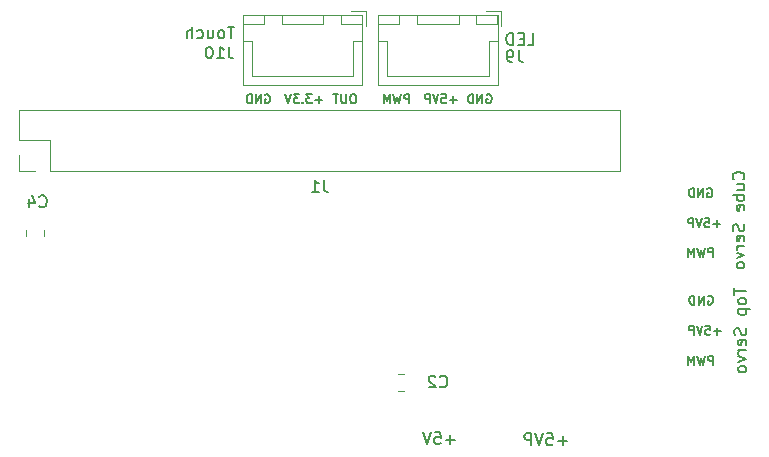
<source format=gbr>
%TF.GenerationSoftware,KiCad,Pcbnew,(5.1.10)-1*%
%TF.CreationDate,2023-05-11T15:26:33-07:00*%
%TF.ProjectId,CUBOTino2,4355424f-5469-46e6-9f32-2e6b69636164,rev?*%
%TF.SameCoordinates,Original*%
%TF.FileFunction,Legend,Bot*%
%TF.FilePolarity,Positive*%
%FSLAX46Y46*%
G04 Gerber Fmt 4.6, Leading zero omitted, Abs format (unit mm)*
G04 Created by KiCad (PCBNEW (5.1.10)-1) date 2023-05-11 15:26:33*
%MOMM*%
%LPD*%
G01*
G04 APERTURE LIST*
%ADD10C,0.150000*%
%ADD11C,0.120000*%
G04 APERTURE END LIST*
D10*
X153935714Y-88921428D02*
X153173809Y-88921428D01*
X153554761Y-89302380D02*
X153554761Y-88540476D01*
X152221428Y-88302380D02*
X152697619Y-88302380D01*
X152745238Y-88778571D01*
X152697619Y-88730952D01*
X152602380Y-88683333D01*
X152364285Y-88683333D01*
X152269047Y-88730952D01*
X152221428Y-88778571D01*
X152173809Y-88873809D01*
X152173809Y-89111904D01*
X152221428Y-89207142D01*
X152269047Y-89254761D01*
X152364285Y-89302380D01*
X152602380Y-89302380D01*
X152697619Y-89254761D01*
X152745238Y-89207142D01*
X151888095Y-88302380D02*
X151554761Y-89302380D01*
X151221428Y-88302380D01*
X150888095Y-89302380D02*
X150888095Y-88302380D01*
X150507142Y-88302380D01*
X150411904Y-88350000D01*
X150364285Y-88397619D01*
X150316666Y-88492857D01*
X150316666Y-88635714D01*
X150364285Y-88730952D01*
X150411904Y-88778571D01*
X150507142Y-88826190D01*
X150888095Y-88826190D01*
X144435714Y-88821428D02*
X143673809Y-88821428D01*
X144054761Y-89202380D02*
X144054761Y-88440476D01*
X142721428Y-88202380D02*
X143197619Y-88202380D01*
X143245238Y-88678571D01*
X143197619Y-88630952D01*
X143102380Y-88583333D01*
X142864285Y-88583333D01*
X142769047Y-88630952D01*
X142721428Y-88678571D01*
X142673809Y-88773809D01*
X142673809Y-89011904D01*
X142721428Y-89107142D01*
X142769047Y-89154761D01*
X142864285Y-89202380D01*
X143102380Y-89202380D01*
X143197619Y-89154761D01*
X143245238Y-89107142D01*
X142388095Y-88202380D02*
X142054761Y-89202380D01*
X141721428Y-88202380D01*
X147121428Y-59625000D02*
X147192857Y-59589285D01*
X147300000Y-59589285D01*
X147407142Y-59625000D01*
X147478571Y-59696428D01*
X147514285Y-59767857D01*
X147550000Y-59910714D01*
X147550000Y-60017857D01*
X147514285Y-60160714D01*
X147478571Y-60232142D01*
X147407142Y-60303571D01*
X147300000Y-60339285D01*
X147228571Y-60339285D01*
X147121428Y-60303571D01*
X147085714Y-60267857D01*
X147085714Y-60017857D01*
X147228571Y-60017857D01*
X146764285Y-60339285D02*
X146764285Y-59589285D01*
X146335714Y-60339285D01*
X146335714Y-59589285D01*
X145978571Y-60339285D02*
X145978571Y-59589285D01*
X145800000Y-59589285D01*
X145692857Y-59625000D01*
X145621428Y-59696428D01*
X145585714Y-59767857D01*
X145550000Y-59910714D01*
X145550000Y-60017857D01*
X145585714Y-60160714D01*
X145621428Y-60232142D01*
X145692857Y-60303571D01*
X145800000Y-60339285D01*
X145978571Y-60339285D01*
X144589285Y-60053571D02*
X144017857Y-60053571D01*
X144303571Y-60339285D02*
X144303571Y-59767857D01*
X143303571Y-59589285D02*
X143660714Y-59589285D01*
X143696428Y-59946428D01*
X143660714Y-59910714D01*
X143589285Y-59875000D01*
X143410714Y-59875000D01*
X143339285Y-59910714D01*
X143303571Y-59946428D01*
X143267857Y-60017857D01*
X143267857Y-60196428D01*
X143303571Y-60267857D01*
X143339285Y-60303571D01*
X143410714Y-60339285D01*
X143589285Y-60339285D01*
X143660714Y-60303571D01*
X143696428Y-60267857D01*
X143053571Y-59589285D02*
X142803571Y-60339285D01*
X142553571Y-59589285D01*
X142303571Y-60339285D02*
X142303571Y-59589285D01*
X142017857Y-59589285D01*
X141946428Y-59625000D01*
X141910714Y-59660714D01*
X141875000Y-59732142D01*
X141875000Y-59839285D01*
X141910714Y-59910714D01*
X141946428Y-59946428D01*
X142017857Y-59982142D01*
X142303571Y-59982142D01*
X140553571Y-60339285D02*
X140553571Y-59589285D01*
X140267857Y-59589285D01*
X140196428Y-59625000D01*
X140160714Y-59660714D01*
X140125000Y-59732142D01*
X140125000Y-59839285D01*
X140160714Y-59910714D01*
X140196428Y-59946428D01*
X140267857Y-59982142D01*
X140553571Y-59982142D01*
X139875000Y-59589285D02*
X139696428Y-60339285D01*
X139553571Y-59803571D01*
X139410714Y-60339285D01*
X139232142Y-59589285D01*
X138946428Y-60339285D02*
X138946428Y-59589285D01*
X138696428Y-60125000D01*
X138446428Y-59589285D01*
X138446428Y-60339285D01*
X128371428Y-59625000D02*
X128442857Y-59589285D01*
X128550000Y-59589285D01*
X128657142Y-59625000D01*
X128728571Y-59696428D01*
X128764285Y-59767857D01*
X128800000Y-59910714D01*
X128800000Y-60017857D01*
X128764285Y-60160714D01*
X128728571Y-60232142D01*
X128657142Y-60303571D01*
X128550000Y-60339285D01*
X128478571Y-60339285D01*
X128371428Y-60303571D01*
X128335714Y-60267857D01*
X128335714Y-60017857D01*
X128478571Y-60017857D01*
X128014285Y-60339285D02*
X128014285Y-59589285D01*
X127585714Y-60339285D01*
X127585714Y-59589285D01*
X127228571Y-60339285D02*
X127228571Y-59589285D01*
X127050000Y-59589285D01*
X126942857Y-59625000D01*
X126871428Y-59696428D01*
X126835714Y-59767857D01*
X126800000Y-59910714D01*
X126800000Y-60017857D01*
X126835714Y-60160714D01*
X126871428Y-60232142D01*
X126942857Y-60303571D01*
X127050000Y-60339285D01*
X127228571Y-60339285D01*
X133200000Y-60053571D02*
X132628571Y-60053571D01*
X132914285Y-60339285D02*
X132914285Y-59767857D01*
X132342857Y-59589285D02*
X131878571Y-59589285D01*
X132128571Y-59875000D01*
X132021428Y-59875000D01*
X131950000Y-59910714D01*
X131914285Y-59946428D01*
X131878571Y-60017857D01*
X131878571Y-60196428D01*
X131914285Y-60267857D01*
X131950000Y-60303571D01*
X132021428Y-60339285D01*
X132235714Y-60339285D01*
X132307142Y-60303571D01*
X132342857Y-60267857D01*
X131557142Y-60267857D02*
X131521428Y-60303571D01*
X131557142Y-60339285D01*
X131592857Y-60303571D01*
X131557142Y-60267857D01*
X131557142Y-60339285D01*
X131271428Y-59589285D02*
X130807142Y-59589285D01*
X131057142Y-59875000D01*
X130950000Y-59875000D01*
X130878571Y-59910714D01*
X130842857Y-59946428D01*
X130807142Y-60017857D01*
X130807142Y-60196428D01*
X130842857Y-60267857D01*
X130878571Y-60303571D01*
X130950000Y-60339285D01*
X131164285Y-60339285D01*
X131235714Y-60303571D01*
X131271428Y-60267857D01*
X130592857Y-59589285D02*
X130342857Y-60339285D01*
X130092857Y-59589285D01*
X135900000Y-59589285D02*
X135757142Y-59589285D01*
X135685714Y-59625000D01*
X135614285Y-59696428D01*
X135578571Y-59839285D01*
X135578571Y-60089285D01*
X135614285Y-60232142D01*
X135685714Y-60303571D01*
X135757142Y-60339285D01*
X135900000Y-60339285D01*
X135971428Y-60303571D01*
X136042857Y-60232142D01*
X136078571Y-60089285D01*
X136078571Y-59839285D01*
X136042857Y-59696428D01*
X135971428Y-59625000D01*
X135900000Y-59589285D01*
X135257142Y-59589285D02*
X135257142Y-60196428D01*
X135221428Y-60267857D01*
X135185714Y-60303571D01*
X135114285Y-60339285D01*
X134971428Y-60339285D01*
X134900000Y-60303571D01*
X134864285Y-60267857D01*
X134828571Y-60196428D01*
X134828571Y-59589285D01*
X134578571Y-59589285D02*
X134150000Y-59589285D01*
X134364285Y-60339285D02*
X134364285Y-59589285D01*
X165871428Y-76675000D02*
X165942857Y-76639285D01*
X166050000Y-76639285D01*
X166157142Y-76675000D01*
X166228571Y-76746428D01*
X166264285Y-76817857D01*
X166300000Y-76960714D01*
X166300000Y-77067857D01*
X166264285Y-77210714D01*
X166228571Y-77282142D01*
X166157142Y-77353571D01*
X166050000Y-77389285D01*
X165978571Y-77389285D01*
X165871428Y-77353571D01*
X165835714Y-77317857D01*
X165835714Y-77067857D01*
X165978571Y-77067857D01*
X165514285Y-77389285D02*
X165514285Y-76639285D01*
X165085714Y-77389285D01*
X165085714Y-76639285D01*
X164728571Y-77389285D02*
X164728571Y-76639285D01*
X164550000Y-76639285D01*
X164442857Y-76675000D01*
X164371428Y-76746428D01*
X164335714Y-76817857D01*
X164300000Y-76960714D01*
X164300000Y-77067857D01*
X164335714Y-77210714D01*
X164371428Y-77282142D01*
X164442857Y-77353571D01*
X164550000Y-77389285D01*
X164728571Y-77389285D01*
X166939285Y-79653571D02*
X166367857Y-79653571D01*
X166653571Y-79939285D02*
X166653571Y-79367857D01*
X165653571Y-79189285D02*
X166010714Y-79189285D01*
X166046428Y-79546428D01*
X166010714Y-79510714D01*
X165939285Y-79475000D01*
X165760714Y-79475000D01*
X165689285Y-79510714D01*
X165653571Y-79546428D01*
X165617857Y-79617857D01*
X165617857Y-79796428D01*
X165653571Y-79867857D01*
X165689285Y-79903571D01*
X165760714Y-79939285D01*
X165939285Y-79939285D01*
X166010714Y-79903571D01*
X166046428Y-79867857D01*
X165403571Y-79189285D02*
X165153571Y-79939285D01*
X164903571Y-79189285D01*
X164653571Y-79939285D02*
X164653571Y-79189285D01*
X164367857Y-79189285D01*
X164296428Y-79225000D01*
X164260714Y-79260714D01*
X164225000Y-79332142D01*
X164225000Y-79439285D01*
X164260714Y-79510714D01*
X164296428Y-79546428D01*
X164367857Y-79582142D01*
X164653571Y-79582142D01*
X166303571Y-82489285D02*
X166303571Y-81739285D01*
X166017857Y-81739285D01*
X165946428Y-81775000D01*
X165910714Y-81810714D01*
X165875000Y-81882142D01*
X165875000Y-81989285D01*
X165910714Y-82060714D01*
X165946428Y-82096428D01*
X166017857Y-82132142D01*
X166303571Y-82132142D01*
X165625000Y-81739285D02*
X165446428Y-82489285D01*
X165303571Y-81953571D01*
X165160714Y-82489285D01*
X164982142Y-81739285D01*
X164696428Y-82489285D02*
X164696428Y-81739285D01*
X164446428Y-82275000D01*
X164196428Y-81739285D01*
X164196428Y-82489285D01*
X166889285Y-70553571D02*
X166317857Y-70553571D01*
X166603571Y-70839285D02*
X166603571Y-70267857D01*
X165603571Y-70089285D02*
X165960714Y-70089285D01*
X165996428Y-70446428D01*
X165960714Y-70410714D01*
X165889285Y-70375000D01*
X165710714Y-70375000D01*
X165639285Y-70410714D01*
X165603571Y-70446428D01*
X165567857Y-70517857D01*
X165567857Y-70696428D01*
X165603571Y-70767857D01*
X165639285Y-70803571D01*
X165710714Y-70839285D01*
X165889285Y-70839285D01*
X165960714Y-70803571D01*
X165996428Y-70767857D01*
X165353571Y-70089285D02*
X165103571Y-70839285D01*
X164853571Y-70089285D01*
X164603571Y-70839285D02*
X164603571Y-70089285D01*
X164317857Y-70089285D01*
X164246428Y-70125000D01*
X164210714Y-70160714D01*
X164175000Y-70232142D01*
X164175000Y-70339285D01*
X164210714Y-70410714D01*
X164246428Y-70446428D01*
X164317857Y-70482142D01*
X164603571Y-70482142D01*
X165821428Y-67575000D02*
X165892857Y-67539285D01*
X166000000Y-67539285D01*
X166107142Y-67575000D01*
X166178571Y-67646428D01*
X166214285Y-67717857D01*
X166250000Y-67860714D01*
X166250000Y-67967857D01*
X166214285Y-68110714D01*
X166178571Y-68182142D01*
X166107142Y-68253571D01*
X166000000Y-68289285D01*
X165928571Y-68289285D01*
X165821428Y-68253571D01*
X165785714Y-68217857D01*
X165785714Y-67967857D01*
X165928571Y-67967857D01*
X165464285Y-68289285D02*
X165464285Y-67539285D01*
X165035714Y-68289285D01*
X165035714Y-67539285D01*
X164678571Y-68289285D02*
X164678571Y-67539285D01*
X164500000Y-67539285D01*
X164392857Y-67575000D01*
X164321428Y-67646428D01*
X164285714Y-67717857D01*
X164250000Y-67860714D01*
X164250000Y-67967857D01*
X164285714Y-68110714D01*
X164321428Y-68182142D01*
X164392857Y-68253571D01*
X164500000Y-68289285D01*
X164678571Y-68289285D01*
X166303571Y-73339285D02*
X166303571Y-72589285D01*
X166017857Y-72589285D01*
X165946428Y-72625000D01*
X165910714Y-72660714D01*
X165875000Y-72732142D01*
X165875000Y-72839285D01*
X165910714Y-72910714D01*
X165946428Y-72946428D01*
X166017857Y-72982142D01*
X166303571Y-72982142D01*
X165625000Y-72589285D02*
X165446428Y-73339285D01*
X165303571Y-72803571D01*
X165160714Y-73339285D01*
X164982142Y-72589285D01*
X164696428Y-73339285D02*
X164696428Y-72589285D01*
X164446428Y-73125000D01*
X164196428Y-72589285D01*
X164196428Y-73339285D01*
X168857142Y-66797619D02*
X168904761Y-66750000D01*
X168952380Y-66607142D01*
X168952380Y-66511904D01*
X168904761Y-66369047D01*
X168809523Y-66273809D01*
X168714285Y-66226190D01*
X168523809Y-66178571D01*
X168380952Y-66178571D01*
X168190476Y-66226190D01*
X168095238Y-66273809D01*
X168000000Y-66369047D01*
X167952380Y-66511904D01*
X167952380Y-66607142D01*
X168000000Y-66750000D01*
X168047619Y-66797619D01*
X168285714Y-67654761D02*
X168952380Y-67654761D01*
X168285714Y-67226190D02*
X168809523Y-67226190D01*
X168904761Y-67273809D01*
X168952380Y-67369047D01*
X168952380Y-67511904D01*
X168904761Y-67607142D01*
X168857142Y-67654761D01*
X168952380Y-68130952D02*
X167952380Y-68130952D01*
X168333333Y-68130952D02*
X168285714Y-68226190D01*
X168285714Y-68416666D01*
X168333333Y-68511904D01*
X168380952Y-68559523D01*
X168476190Y-68607142D01*
X168761904Y-68607142D01*
X168857142Y-68559523D01*
X168904761Y-68511904D01*
X168952380Y-68416666D01*
X168952380Y-68226190D01*
X168904761Y-68130952D01*
X168904761Y-69416666D02*
X168952380Y-69321428D01*
X168952380Y-69130952D01*
X168904761Y-69035714D01*
X168809523Y-68988095D01*
X168428571Y-68988095D01*
X168333333Y-69035714D01*
X168285714Y-69130952D01*
X168285714Y-69321428D01*
X168333333Y-69416666D01*
X168428571Y-69464285D01*
X168523809Y-69464285D01*
X168619047Y-68988095D01*
X168904761Y-70607142D02*
X168952380Y-70750000D01*
X168952380Y-70988095D01*
X168904761Y-71083333D01*
X168857142Y-71130952D01*
X168761904Y-71178571D01*
X168666666Y-71178571D01*
X168571428Y-71130952D01*
X168523809Y-71083333D01*
X168476190Y-70988095D01*
X168428571Y-70797619D01*
X168380952Y-70702380D01*
X168333333Y-70654761D01*
X168238095Y-70607142D01*
X168142857Y-70607142D01*
X168047619Y-70654761D01*
X168000000Y-70702380D01*
X167952380Y-70797619D01*
X167952380Y-71035714D01*
X168000000Y-71178571D01*
X168904761Y-71988095D02*
X168952380Y-71892857D01*
X168952380Y-71702380D01*
X168904761Y-71607142D01*
X168809523Y-71559523D01*
X168428571Y-71559523D01*
X168333333Y-71607142D01*
X168285714Y-71702380D01*
X168285714Y-71892857D01*
X168333333Y-71988095D01*
X168428571Y-72035714D01*
X168523809Y-72035714D01*
X168619047Y-71559523D01*
X168952380Y-72464285D02*
X168285714Y-72464285D01*
X168476190Y-72464285D02*
X168380952Y-72511904D01*
X168333333Y-72559523D01*
X168285714Y-72654761D01*
X168285714Y-72750000D01*
X168285714Y-72988095D02*
X168952380Y-73226190D01*
X168285714Y-73464285D01*
X168952380Y-73988095D02*
X168904761Y-73892857D01*
X168857142Y-73845238D01*
X168761904Y-73797619D01*
X168476190Y-73797619D01*
X168380952Y-73845238D01*
X168333333Y-73892857D01*
X168285714Y-73988095D01*
X168285714Y-74130952D01*
X168333333Y-74226190D01*
X168380952Y-74273809D01*
X168476190Y-74321428D01*
X168761904Y-74321428D01*
X168857142Y-74273809D01*
X168904761Y-74226190D01*
X168952380Y-74130952D01*
X168952380Y-73988095D01*
X168102380Y-75980952D02*
X168102380Y-76552380D01*
X169102380Y-76266666D02*
X168102380Y-76266666D01*
X169102380Y-77028571D02*
X169054761Y-76933333D01*
X169007142Y-76885714D01*
X168911904Y-76838095D01*
X168626190Y-76838095D01*
X168530952Y-76885714D01*
X168483333Y-76933333D01*
X168435714Y-77028571D01*
X168435714Y-77171428D01*
X168483333Y-77266666D01*
X168530952Y-77314285D01*
X168626190Y-77361904D01*
X168911904Y-77361904D01*
X169007142Y-77314285D01*
X169054761Y-77266666D01*
X169102380Y-77171428D01*
X169102380Y-77028571D01*
X168435714Y-77790476D02*
X169435714Y-77790476D01*
X168483333Y-77790476D02*
X168435714Y-77885714D01*
X168435714Y-78076190D01*
X168483333Y-78171428D01*
X168530952Y-78219047D01*
X168626190Y-78266666D01*
X168911904Y-78266666D01*
X169007142Y-78219047D01*
X169054761Y-78171428D01*
X169102380Y-78076190D01*
X169102380Y-77885714D01*
X169054761Y-77790476D01*
X169054761Y-79409523D02*
X169102380Y-79552380D01*
X169102380Y-79790476D01*
X169054761Y-79885714D01*
X169007142Y-79933333D01*
X168911904Y-79980952D01*
X168816666Y-79980952D01*
X168721428Y-79933333D01*
X168673809Y-79885714D01*
X168626190Y-79790476D01*
X168578571Y-79600000D01*
X168530952Y-79504761D01*
X168483333Y-79457142D01*
X168388095Y-79409523D01*
X168292857Y-79409523D01*
X168197619Y-79457142D01*
X168150000Y-79504761D01*
X168102380Y-79600000D01*
X168102380Y-79838095D01*
X168150000Y-79980952D01*
X169054761Y-80790476D02*
X169102380Y-80695238D01*
X169102380Y-80504761D01*
X169054761Y-80409523D01*
X168959523Y-80361904D01*
X168578571Y-80361904D01*
X168483333Y-80409523D01*
X168435714Y-80504761D01*
X168435714Y-80695238D01*
X168483333Y-80790476D01*
X168578571Y-80838095D01*
X168673809Y-80838095D01*
X168769047Y-80361904D01*
X169102380Y-81266666D02*
X168435714Y-81266666D01*
X168626190Y-81266666D02*
X168530952Y-81314285D01*
X168483333Y-81361904D01*
X168435714Y-81457142D01*
X168435714Y-81552380D01*
X168435714Y-81790476D02*
X169102380Y-82028571D01*
X168435714Y-82266666D01*
X169102380Y-82790476D02*
X169054761Y-82695238D01*
X169007142Y-82647619D01*
X168911904Y-82600000D01*
X168626190Y-82600000D01*
X168530952Y-82647619D01*
X168483333Y-82695238D01*
X168435714Y-82790476D01*
X168435714Y-82933333D01*
X168483333Y-83028571D01*
X168530952Y-83076190D01*
X168626190Y-83123809D01*
X168911904Y-83123809D01*
X169007142Y-83076190D01*
X169054761Y-83028571D01*
X169102380Y-82933333D01*
X169102380Y-82790476D01*
X150592857Y-55402380D02*
X151069047Y-55402380D01*
X151069047Y-54402380D01*
X150259523Y-54878571D02*
X149926190Y-54878571D01*
X149783333Y-55402380D02*
X150259523Y-55402380D01*
X150259523Y-54402380D01*
X149783333Y-54402380D01*
X149354761Y-55402380D02*
X149354761Y-54402380D01*
X149116666Y-54402380D01*
X148973809Y-54450000D01*
X148878571Y-54545238D01*
X148830952Y-54640476D01*
X148783333Y-54830952D01*
X148783333Y-54973809D01*
X148830952Y-55164285D01*
X148878571Y-55259523D01*
X148973809Y-55354761D01*
X149116666Y-55402380D01*
X149354761Y-55402380D01*
X125771428Y-53852380D02*
X125200000Y-53852380D01*
X125485714Y-54852380D02*
X125485714Y-53852380D01*
X124723809Y-54852380D02*
X124819047Y-54804761D01*
X124866666Y-54757142D01*
X124914285Y-54661904D01*
X124914285Y-54376190D01*
X124866666Y-54280952D01*
X124819047Y-54233333D01*
X124723809Y-54185714D01*
X124580952Y-54185714D01*
X124485714Y-54233333D01*
X124438095Y-54280952D01*
X124390476Y-54376190D01*
X124390476Y-54661904D01*
X124438095Y-54757142D01*
X124485714Y-54804761D01*
X124580952Y-54852380D01*
X124723809Y-54852380D01*
X123533333Y-54185714D02*
X123533333Y-54852380D01*
X123961904Y-54185714D02*
X123961904Y-54709523D01*
X123914285Y-54804761D01*
X123819047Y-54852380D01*
X123676190Y-54852380D01*
X123580952Y-54804761D01*
X123533333Y-54757142D01*
X122628571Y-54804761D02*
X122723809Y-54852380D01*
X122914285Y-54852380D01*
X123009523Y-54804761D01*
X123057142Y-54757142D01*
X123104761Y-54661904D01*
X123104761Y-54376190D01*
X123057142Y-54280952D01*
X123009523Y-54233333D01*
X122914285Y-54185714D01*
X122723809Y-54185714D01*
X122628571Y-54233333D01*
X122200000Y-54852380D02*
X122200000Y-53852380D01*
X121771428Y-54852380D02*
X121771428Y-54328571D01*
X121819047Y-54233333D01*
X121914285Y-54185714D01*
X122057142Y-54185714D01*
X122152380Y-54233333D01*
X122200000Y-54280952D01*
D11*
%TO.C,J10*%
X136610000Y-52840000D02*
X136610000Y-58810000D01*
X136610000Y-58810000D02*
X126490000Y-58810000D01*
X126490000Y-58810000D02*
X126490000Y-52840000D01*
X126490000Y-52840000D02*
X136610000Y-52840000D01*
X133300000Y-52850000D02*
X133300000Y-53600000D01*
X133300000Y-53600000D02*
X129800000Y-53600000D01*
X129800000Y-53600000D02*
X129800000Y-52850000D01*
X129800000Y-52850000D02*
X133300000Y-52850000D01*
X136600000Y-52850000D02*
X136600000Y-53600000D01*
X136600000Y-53600000D02*
X134800000Y-53600000D01*
X134800000Y-53600000D02*
X134800000Y-52850000D01*
X134800000Y-52850000D02*
X136600000Y-52850000D01*
X128300000Y-52850000D02*
X128300000Y-53600000D01*
X128300000Y-53600000D02*
X126500000Y-53600000D01*
X126500000Y-53600000D02*
X126500000Y-52850000D01*
X126500000Y-52850000D02*
X128300000Y-52850000D01*
X136600000Y-55100000D02*
X135850000Y-55100000D01*
X135850000Y-55100000D02*
X135850000Y-58050000D01*
X135850000Y-58050000D02*
X131550000Y-58050000D01*
X126500000Y-55100000D02*
X127250000Y-55100000D01*
X127250000Y-55100000D02*
X127250000Y-58050000D01*
X127250000Y-58050000D02*
X131550000Y-58050000D01*
X135650000Y-52550000D02*
X136900000Y-52550000D01*
X136900000Y-52550000D02*
X136900000Y-53800000D01*
%TO.C,J9*%
X148060000Y-52840000D02*
X148060000Y-58810000D01*
X148060000Y-58810000D02*
X137940000Y-58810000D01*
X137940000Y-58810000D02*
X137940000Y-52840000D01*
X137940000Y-52840000D02*
X148060000Y-52840000D01*
X144750000Y-52850000D02*
X144750000Y-53600000D01*
X144750000Y-53600000D02*
X141250000Y-53600000D01*
X141250000Y-53600000D02*
X141250000Y-52850000D01*
X141250000Y-52850000D02*
X144750000Y-52850000D01*
X148050000Y-52850000D02*
X148050000Y-53600000D01*
X148050000Y-53600000D02*
X146250000Y-53600000D01*
X146250000Y-53600000D02*
X146250000Y-52850000D01*
X146250000Y-52850000D02*
X148050000Y-52850000D01*
X139750000Y-52850000D02*
X139750000Y-53600000D01*
X139750000Y-53600000D02*
X137950000Y-53600000D01*
X137950000Y-53600000D02*
X137950000Y-52850000D01*
X137950000Y-52850000D02*
X139750000Y-52850000D01*
X148050000Y-55100000D02*
X147300000Y-55100000D01*
X147300000Y-55100000D02*
X147300000Y-58050000D01*
X147300000Y-58050000D02*
X143000000Y-58050000D01*
X137950000Y-55100000D02*
X138700000Y-55100000D01*
X138700000Y-55100000D02*
X138700000Y-58050000D01*
X138700000Y-58050000D02*
X143000000Y-58050000D01*
X147100000Y-52550000D02*
X148350000Y-52550000D01*
X148350000Y-52550000D02*
X148350000Y-53800000D01*
%TO.C,C4*%
X109635000Y-71088748D02*
X109635000Y-71611252D01*
X108165000Y-71088748D02*
X108165000Y-71611252D01*
%TO.C,C2*%
X140161252Y-84735000D02*
X139638748Y-84735000D01*
X140161252Y-83265000D02*
X139638748Y-83265000D01*
%TO.C,J1*%
X107540000Y-64770000D02*
X107540000Y-66100000D01*
X107540000Y-66100000D02*
X108870000Y-66100000D01*
X107540000Y-63500000D02*
X110140000Y-63500000D01*
X110140000Y-63500000D02*
X110140000Y-66100000D01*
X110140000Y-66100000D02*
X158460000Y-66100000D01*
X158460000Y-60900000D02*
X158460000Y-66100000D01*
X107540000Y-60900000D02*
X158460000Y-60900000D01*
X107540000Y-60900000D02*
X107540000Y-63500000D01*
%TO.C,J10*%
D10*
X125309523Y-55552380D02*
X125309523Y-56266666D01*
X125357142Y-56409523D01*
X125452380Y-56504761D01*
X125595238Y-56552380D01*
X125690476Y-56552380D01*
X124309523Y-56552380D02*
X124880952Y-56552380D01*
X124595238Y-56552380D02*
X124595238Y-55552380D01*
X124690476Y-55695238D01*
X124785714Y-55790476D01*
X124880952Y-55838095D01*
X123690476Y-55552380D02*
X123595238Y-55552380D01*
X123500000Y-55600000D01*
X123452380Y-55647619D01*
X123404761Y-55742857D01*
X123357142Y-55933333D01*
X123357142Y-56171428D01*
X123404761Y-56361904D01*
X123452380Y-56457142D01*
X123500000Y-56504761D01*
X123595238Y-56552380D01*
X123690476Y-56552380D01*
X123785714Y-56504761D01*
X123833333Y-56457142D01*
X123880952Y-56361904D01*
X123928571Y-56171428D01*
X123928571Y-55933333D01*
X123880952Y-55742857D01*
X123833333Y-55647619D01*
X123785714Y-55600000D01*
X123690476Y-55552380D01*
%TO.C,J9*%
X149833333Y-55852380D02*
X149833333Y-56566666D01*
X149880952Y-56709523D01*
X149976190Y-56804761D01*
X150119047Y-56852380D01*
X150214285Y-56852380D01*
X149309523Y-56852380D02*
X149119047Y-56852380D01*
X149023809Y-56804761D01*
X148976190Y-56757142D01*
X148880952Y-56614285D01*
X148833333Y-56423809D01*
X148833333Y-56042857D01*
X148880952Y-55947619D01*
X148928571Y-55900000D01*
X149023809Y-55852380D01*
X149214285Y-55852380D01*
X149309523Y-55900000D01*
X149357142Y-55947619D01*
X149404761Y-56042857D01*
X149404761Y-56280952D01*
X149357142Y-56376190D01*
X149309523Y-56423809D01*
X149214285Y-56471428D01*
X149023809Y-56471428D01*
X148928571Y-56423809D01*
X148880952Y-56376190D01*
X148833333Y-56280952D01*
%TO.C,C4*%
X109266666Y-69057142D02*
X109314285Y-69104761D01*
X109457142Y-69152380D01*
X109552380Y-69152380D01*
X109695238Y-69104761D01*
X109790476Y-69009523D01*
X109838095Y-68914285D01*
X109885714Y-68723809D01*
X109885714Y-68580952D01*
X109838095Y-68390476D01*
X109790476Y-68295238D01*
X109695238Y-68200000D01*
X109552380Y-68152380D01*
X109457142Y-68152380D01*
X109314285Y-68200000D01*
X109266666Y-68247619D01*
X108409523Y-68485714D02*
X108409523Y-69152380D01*
X108647619Y-68104761D02*
X108885714Y-68819047D01*
X108266666Y-68819047D01*
%TO.C,C2*%
X143166666Y-84307142D02*
X143214285Y-84354761D01*
X143357142Y-84402380D01*
X143452380Y-84402380D01*
X143595238Y-84354761D01*
X143690476Y-84259523D01*
X143738095Y-84164285D01*
X143785714Y-83973809D01*
X143785714Y-83830952D01*
X143738095Y-83640476D01*
X143690476Y-83545238D01*
X143595238Y-83450000D01*
X143452380Y-83402380D01*
X143357142Y-83402380D01*
X143214285Y-83450000D01*
X143166666Y-83497619D01*
X142785714Y-83497619D02*
X142738095Y-83450000D01*
X142642857Y-83402380D01*
X142404761Y-83402380D01*
X142309523Y-83450000D01*
X142261904Y-83497619D01*
X142214285Y-83592857D01*
X142214285Y-83688095D01*
X142261904Y-83830952D01*
X142833333Y-84402380D01*
X142214285Y-84402380D01*
%TO.C,J1*%
X133333333Y-66852380D02*
X133333333Y-67566666D01*
X133380952Y-67709523D01*
X133476190Y-67804761D01*
X133619047Y-67852380D01*
X133714285Y-67852380D01*
X132333333Y-67852380D02*
X132904761Y-67852380D01*
X132619047Y-67852380D02*
X132619047Y-66852380D01*
X132714285Y-66995238D01*
X132809523Y-67090476D01*
X132904761Y-67138095D01*
%TD*%
M02*

</source>
